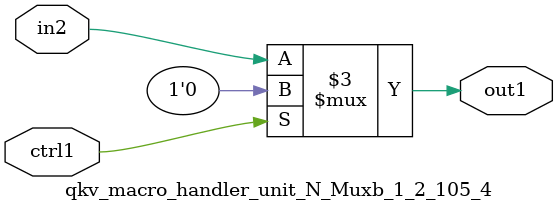
<source format=v>

`timescale 1ps / 1ps


module qkv_macro_handler_unit_N_Muxb_1_2_105_4( in2, ctrl1, out1 );

    input in2;
    input ctrl1;
    output out1;
    reg out1;

    
    // rtl_process:qkv_macro_handler_unit_N_Muxb_1_2_105_4/qkv_macro_handler_unit_N_Muxb_1_2_105_4_thread_1
    always @*
      begin : qkv_macro_handler_unit_N_Muxb_1_2_105_4_thread_1
        case (ctrl1) 
          1'b1: 
            begin
              out1 = 1'b0;
            end
          default: 
            begin
              out1 = in2;
            end
        endcase
      end

endmodule



</source>
